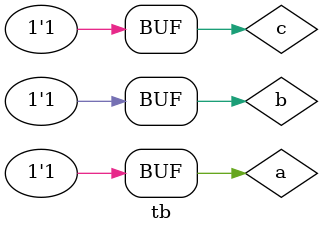
<source format=v>
module tb();
wire out;
reg a,b,c;
Evenparitygen EPG(a,b,c,out);
initial
begin
a=0; b=0; c=0;
#10 a=0; b=0; c=1;
#10 a=0; b=1; c=0;
#10 a=0; b=1; c=1;
#10 a=1; b=0; c=0;
#10 a=1; b=0; c=1;
#10 a=1; b=1; c=0;
#10 a=1; b=1; c=1;
end
initial 
begin
$monitor ("%t, a=%b , b=%b, c=%b, out=%b", $time , a, b, c, out);
end
endmodule

</source>
